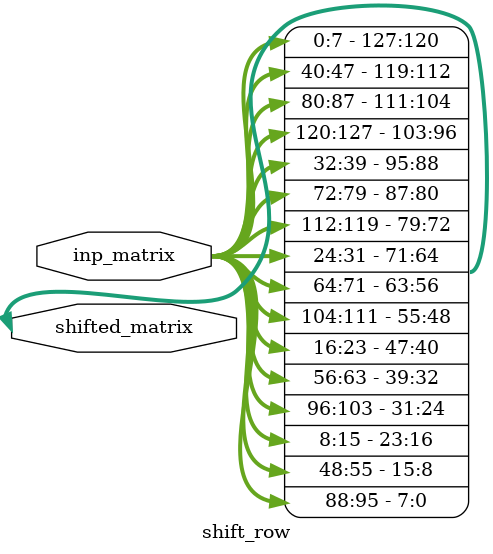
<source format=v>
module shift_row(inp_matrix,shifted_matrix);

input [0:127] inp_matrix;
inout [0:127] shifted_matrix;

assign shifted_matrix[0:7]   = inp_matrix[0:7];//0 
assign shifted_matrix[8:15] = inp_matrix[40:47];//1
assign shifted_matrix[16:23] = inp_matrix[80:87];//2
assign shifted_matrix[24:31] = inp_matrix[120:127];//3

assign shifted_matrix[32:39] = inp_matrix[32:39];//4
assign shifted_matrix[40:47] = inp_matrix[72:79];//5
assign shifted_matrix[48:55] = inp_matrix[112:119];//6
assign shifted_matrix[56:63] = inp_matrix[24:31];//7

assign shifted_matrix[64:71] = inp_matrix[64:71];//8
assign shifted_matrix[72:79] = inp_matrix[104:111];//9
assign shifted_matrix[80:87] = inp_matrix[16:23];//10
assign shifted_matrix[88:95] = inp_matrix[56:63];//11

assign shifted_matrix[96:103] = inp_matrix[96:103];//12
assign shifted_matrix[104:111] = inp_matrix[8:15];//13s
assign shifted_matrix[112:119] = inp_matrix[48:55];//14
assign shifted_matrix[120:127] = inp_matrix[88:95];//15

endmodule
</source>
